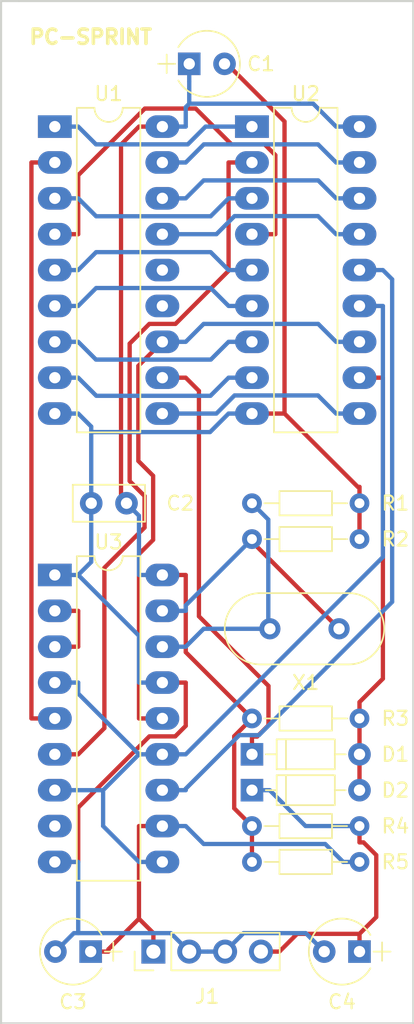
<source format=kicad_pcb>
(kicad_pcb (version 4) (host pcbnew 4.0.7)

  (general
    (links 54)
    (no_connects 0)
    (area 126.924999 76.124999 156.285001 148.665001)
    (thickness 1.6)
    (drawings 6)
    (tracks 223)
    (zones 0)
    (modules 16)
    (nets 29)
  )

  (page A4)
  (layers
    (0 F.Cu signal)
    (31 B.Cu signal)
    (32 B.Adhes user)
    (33 F.Adhes user)
    (34 B.Paste user)
    (35 F.Paste user)
    (36 B.SilkS user)
    (37 F.SilkS user)
    (38 B.Mask user)
    (39 F.Mask user)
    (40 Dwgs.User user)
    (41 Cmts.User user)
    (42 Eco1.User user)
    (43 Eco2.User user)
    (44 Edge.Cuts user)
    (45 Margin user)
    (46 B.CrtYd user)
    (47 F.CrtYd user)
    (48 B.Fab user)
    (49 F.Fab user)
  )

  (setup
    (last_trace_width 0.3048)
    (trace_clearance 0.3048)
    (zone_clearance 0.508)
    (zone_45_only no)
    (trace_min 0.3048)
    (segment_width 0.2)
    (edge_width 0.15)
    (via_size 0.6858)
    (via_drill 0.3302)
    (via_min_size 0.6858)
    (via_min_drill 0.3302)
    (uvia_size 0.06858)
    (uvia_drill 0.03302)
    (uvias_allowed no)
    (uvia_min_size 0.06858)
    (uvia_min_drill 0.03302)
    (pcb_text_width 0.3)
    (pcb_text_size 1.5 1.5)
    (mod_edge_width 0.15)
    (mod_text_size 1 1)
    (mod_text_width 0.15)
    (pad_size 1.524 1.524)
    (pad_drill 0.762)
    (pad_to_mask_clearance 0.2)
    (aux_axis_origin 0 0)
    (visible_elements FFFFFF7F)
    (pcbplotparams
      (layerselection 0x010f0_80000001)
      (usegerberextensions false)
      (excludeedgelayer true)
      (linewidth 0.100000)
      (plotframeref false)
      (viasonmask false)
      (mode 1)
      (useauxorigin false)
      (hpglpennumber 1)
      (hpglpenspeed 20)
      (hpglpendiameter 15)
      (hpglpenoverlay 2)
      (psnegative false)
      (psa4output false)
      (plotreference true)
      (plotvalue true)
      (plotinvisibletext false)
      (padsonsilk false)
      (subtractmaskfromsilk false)
      (outputformat 1)
      (mirror false)
      (drillshape 0)
      (scaleselection 1)
      (outputdirectory gerber/))
  )

  (net 0 "")
  (net 1 "Net-(C1-Pad1)")
  (net 2 "Net-(C1-Pad2)")
  (net 3 "Net-(C3-Pad1)")
  (net 4 "Net-(C4-Pad1)")
  (net 5 "Net-(D1-Pad1)")
  (net 6 "Net-(D1-Pad2)")
  (net 7 "Net-(R1-Pad1)")
  (net 8 "Net-(R2-Pad1)")
  (net 9 "Net-(U1-Pad1)")
  (net 10 "Net-(U1-Pad10)")
  (net 11 "Net-(U1-Pad2)")
  (net 12 "Net-(U1-Pad3)")
  (net 13 "Net-(U1-Pad12)")
  (net 14 "Net-(U1-Pad4)")
  (net 15 "Net-(U1-Pad13)")
  (net 16 "Net-(U1-Pad5)")
  (net 17 "Net-(U1-Pad14)")
  (net 18 "Net-(U1-Pad6)")
  (net 19 "Net-(U1-Pad15)")
  (net 20 "Net-(U1-Pad7)")
  (net 21 "Net-(U1-Pad16)")
  (net 22 "Net-(U1-Pad8)")
  (net 23 "Net-(U1-Pad17)")
  (net 24 "Net-(U2-Pad2)")
  (net 25 "Net-(U2-Pad13)")
  (net 26 "Net-(U2-Pad14)")
  (net 27 "Net-(U3-Pad2)")
  (net 28 "Net-(U3-Pad8)")

  (net_class Default "This is the default net class."
    (clearance 0.3048)
    (trace_width 0.3048)
    (via_dia 0.6858)
    (via_drill 0.3302)
    (uvia_dia 0.06858)
    (uvia_drill 0.03302)
    (add_net "Net-(C1-Pad1)")
    (add_net "Net-(C1-Pad2)")
    (add_net "Net-(C3-Pad1)")
    (add_net "Net-(C4-Pad1)")
    (add_net "Net-(D1-Pad1)")
    (add_net "Net-(D1-Pad2)")
    (add_net "Net-(R1-Pad1)")
    (add_net "Net-(R2-Pad1)")
    (add_net "Net-(U1-Pad1)")
    (add_net "Net-(U1-Pad10)")
    (add_net "Net-(U1-Pad12)")
    (add_net "Net-(U1-Pad13)")
    (add_net "Net-(U1-Pad14)")
    (add_net "Net-(U1-Pad15)")
    (add_net "Net-(U1-Pad16)")
    (add_net "Net-(U1-Pad17)")
    (add_net "Net-(U1-Pad2)")
    (add_net "Net-(U1-Pad3)")
    (add_net "Net-(U1-Pad4)")
    (add_net "Net-(U1-Pad5)")
    (add_net "Net-(U1-Pad6)")
    (add_net "Net-(U1-Pad7)")
    (add_net "Net-(U1-Pad8)")
    (add_net "Net-(U2-Pad13)")
    (add_net "Net-(U2-Pad14)")
    (add_net "Net-(U2-Pad2)")
    (add_net "Net-(U3-Pad2)")
    (add_net "Net-(U3-Pad8)")
  )

  (module Pin_Headers:Pin_Header_Straight_1x04_Pitch2.54mm (layer F.Cu) (tedit 5A054D38) (tstamp 5A03F26A)
    (at 137.795 143.51 90)
    (descr "Through hole straight pin header, 1x04, 2.54mm pitch, single row")
    (tags "Through hole pin header THT 1x04 2.54mm single row")
    (path /5A03D82F)
    (fp_text reference J1 (at -3.175 3.81 180) (layer F.SilkS)
      (effects (font (size 1 1) (thickness 0.15)))
    )
    (fp_text value TB1 (at 2.54 3.81 180) (layer F.Fab)
      (effects (font (size 1 1) (thickness 0.15)))
    )
    (fp_line (start -0.635 -1.27) (end 1.27 -1.27) (layer F.Fab) (width 0.1))
    (fp_line (start 1.27 -1.27) (end 1.27 8.89) (layer F.Fab) (width 0.1))
    (fp_line (start 1.27 8.89) (end -1.27 8.89) (layer F.Fab) (width 0.1))
    (fp_line (start -1.27 8.89) (end -1.27 -0.635) (layer F.Fab) (width 0.1))
    (fp_line (start -1.27 -0.635) (end -0.635 -1.27) (layer F.Fab) (width 0.1))
    (fp_line (start -1.33 8.95) (end 1.33 8.95) (layer F.SilkS) (width 0.12))
    (fp_line (start -1.33 1.27) (end -1.33 8.95) (layer F.SilkS) (width 0.12))
    (fp_line (start 1.33 1.27) (end 1.33 8.95) (layer F.SilkS) (width 0.12))
    (fp_line (start -1.33 1.27) (end 1.33 1.27) (layer F.SilkS) (width 0.12))
    (fp_line (start -1.33 0) (end -1.33 -1.33) (layer F.SilkS) (width 0.12))
    (fp_line (start -1.33 -1.33) (end 0 -1.33) (layer F.SilkS) (width 0.12))
    (fp_line (start -1.8 -1.8) (end -1.8 9.4) (layer F.CrtYd) (width 0.05))
    (fp_line (start -1.8 9.4) (end 1.8 9.4) (layer F.CrtYd) (width 0.05))
    (fp_line (start 1.8 9.4) (end 1.8 -1.8) (layer F.CrtYd) (width 0.05))
    (fp_line (start 1.8 -1.8) (end -1.8 -1.8) (layer F.CrtYd) (width 0.05))
    (fp_text user %R (at 0 3.81 180) (layer F.Fab)
      (effects (font (size 1 1) (thickness 0.15)))
    )
    (pad 1 thru_hole rect (at 0 0 90) (size 1.7 1.7) (drill 1) (layers *.Cu *.Mask)
      (net 3 "Net-(C3-Pad1)"))
    (pad 2 thru_hole oval (at 0 2.54 90) (size 1.7 1.7) (drill 1) (layers *.Cu *.Mask)
      (net 2 "Net-(C1-Pad2)"))
    (pad 3 thru_hole oval (at 0 5.08 90) (size 1.7 1.7) (drill 1) (layers *.Cu *.Mask)
      (net 2 "Net-(C1-Pad2)"))
    (pad 4 thru_hole oval (at 0 7.62 90) (size 1.7 1.7) (drill 1) (layers *.Cu *.Mask)
      (net 4 "Net-(C4-Pad1)"))
    (model ${KISYS3DMOD}/Pin_Headers.3dshapes/Pin_Header_Straight_1x04_Pitch2.54mm.wrl
      (at (xyz 0 0 0))
      (scale (xyz 1 1 1))
      (rotate (xyz 0 0 0))
    )
  )

  (module Resistors_THT:R_Axial_DIN0204_L3.6mm_D1.6mm_P7.62mm_Horizontal (layer F.Cu) (tedit 5A03F689) (tstamp 5A03F270)
    (at 144.78 111.76)
    (descr "Resistor, Axial_DIN0204 series, Axial, Horizontal, pin pitch=7.62mm, 0.16666666666666666W = 1/6W, length*diameter=3.6*1.6mm^2, http://cdn-reichelt.de/documents/datenblatt/B400/1_4W%23YAG.pdf")
    (tags "Resistor Axial_DIN0204 series Axial Horizontal pin pitch 7.62mm 0.16666666666666666W = 1/6W length 3.6mm diameter 1.6mm")
    (path /5A03D8BE)
    (fp_text reference R1 (at 10.16 0) (layer F.SilkS)
      (effects (font (size 1 1) (thickness 0.15)))
    )
    (fp_text value 560 (at 3.81 0) (layer F.Fab)
      (effects (font (size 1 1) (thickness 0.15)))
    )
    (fp_line (start 2.01 -0.8) (end 2.01 0.8) (layer F.Fab) (width 0.1))
    (fp_line (start 2.01 0.8) (end 5.61 0.8) (layer F.Fab) (width 0.1))
    (fp_line (start 5.61 0.8) (end 5.61 -0.8) (layer F.Fab) (width 0.1))
    (fp_line (start 5.61 -0.8) (end 2.01 -0.8) (layer F.Fab) (width 0.1))
    (fp_line (start 0 0) (end 2.01 0) (layer F.Fab) (width 0.1))
    (fp_line (start 7.62 0) (end 5.61 0) (layer F.Fab) (width 0.1))
    (fp_line (start 1.95 -0.86) (end 1.95 0.86) (layer F.SilkS) (width 0.12))
    (fp_line (start 1.95 0.86) (end 5.67 0.86) (layer F.SilkS) (width 0.12))
    (fp_line (start 5.67 0.86) (end 5.67 -0.86) (layer F.SilkS) (width 0.12))
    (fp_line (start 5.67 -0.86) (end 1.95 -0.86) (layer F.SilkS) (width 0.12))
    (fp_line (start 0.88 0) (end 1.95 0) (layer F.SilkS) (width 0.12))
    (fp_line (start 6.74 0) (end 5.67 0) (layer F.SilkS) (width 0.12))
    (fp_line (start -0.95 -1.15) (end -0.95 1.15) (layer F.CrtYd) (width 0.05))
    (fp_line (start -0.95 1.15) (end 8.6 1.15) (layer F.CrtYd) (width 0.05))
    (fp_line (start 8.6 1.15) (end 8.6 -1.15) (layer F.CrtYd) (width 0.05))
    (fp_line (start 8.6 -1.15) (end -0.95 -1.15) (layer F.CrtYd) (width 0.05))
    (pad 1 thru_hole circle (at 0 0) (size 1.4 1.4) (drill 0.7) (layers *.Cu *.Mask)
      (net 7 "Net-(R1-Pad1)"))
    (pad 2 thru_hole oval (at 7.62 0) (size 1.4 1.4) (drill 0.7) (layers *.Cu *.Mask)
      (net 2 "Net-(C1-Pad2)"))
    (model ${KISYS3DMOD}/Resistors_THT.3dshapes/R_Axial_DIN0204_L3.6mm_D1.6mm_P7.62mm_Horizontal.wrl
      (at (xyz 0 0 0))
      (scale (xyz 0.393701 0.393701 0.393701))
      (rotate (xyz 0 0 0))
    )
  )

  (module Resistors_THT:R_Axial_DIN0204_L3.6mm_D1.6mm_P7.62mm_Horizontal (layer F.Cu) (tedit 5A03F68E) (tstamp 5A03F276)
    (at 144.78 114.3)
    (descr "Resistor, Axial_DIN0204 series, Axial, Horizontal, pin pitch=7.62mm, 0.16666666666666666W = 1/6W, length*diameter=3.6*1.6mm^2, http://cdn-reichelt.de/documents/datenblatt/B400/1_4W%23YAG.pdf")
    (tags "Resistor Axial_DIN0204 series Axial Horizontal pin pitch 7.62mm 0.16666666666666666W = 1/6W length 3.6mm diameter 1.6mm")
    (path /5A03D90D)
    (fp_text reference R2 (at 10.16 0) (layer F.SilkS)
      (effects (font (size 1 1) (thickness 0.15)))
    )
    (fp_text value 560 (at 3.81 0) (layer F.Fab)
      (effects (font (size 1 1) (thickness 0.15)))
    )
    (fp_line (start 2.01 -0.8) (end 2.01 0.8) (layer F.Fab) (width 0.1))
    (fp_line (start 2.01 0.8) (end 5.61 0.8) (layer F.Fab) (width 0.1))
    (fp_line (start 5.61 0.8) (end 5.61 -0.8) (layer F.Fab) (width 0.1))
    (fp_line (start 5.61 -0.8) (end 2.01 -0.8) (layer F.Fab) (width 0.1))
    (fp_line (start 0 0) (end 2.01 0) (layer F.Fab) (width 0.1))
    (fp_line (start 7.62 0) (end 5.61 0) (layer F.Fab) (width 0.1))
    (fp_line (start 1.95 -0.86) (end 1.95 0.86) (layer F.SilkS) (width 0.12))
    (fp_line (start 1.95 0.86) (end 5.67 0.86) (layer F.SilkS) (width 0.12))
    (fp_line (start 5.67 0.86) (end 5.67 -0.86) (layer F.SilkS) (width 0.12))
    (fp_line (start 5.67 -0.86) (end 1.95 -0.86) (layer F.SilkS) (width 0.12))
    (fp_line (start 0.88 0) (end 1.95 0) (layer F.SilkS) (width 0.12))
    (fp_line (start 6.74 0) (end 5.67 0) (layer F.SilkS) (width 0.12))
    (fp_line (start -0.95 -1.15) (end -0.95 1.15) (layer F.CrtYd) (width 0.05))
    (fp_line (start -0.95 1.15) (end 8.6 1.15) (layer F.CrtYd) (width 0.05))
    (fp_line (start 8.6 1.15) (end 8.6 -1.15) (layer F.CrtYd) (width 0.05))
    (fp_line (start 8.6 -1.15) (end -0.95 -1.15) (layer F.CrtYd) (width 0.05))
    (pad 1 thru_hole circle (at 0 0) (size 1.4 1.4) (drill 0.7) (layers *.Cu *.Mask)
      (net 8 "Net-(R2-Pad1)"))
    (pad 2 thru_hole oval (at 7.62 0) (size 1.4 1.4) (drill 0.7) (layers *.Cu *.Mask)
      (net 2 "Net-(C1-Pad2)"))
    (model ${KISYS3DMOD}/Resistors_THT.3dshapes/R_Axial_DIN0204_L3.6mm_D1.6mm_P7.62mm_Horizontal.wrl
      (at (xyz 0 0 0))
      (scale (xyz 0.393701 0.393701 0.393701))
      (rotate (xyz 0 0 0))
    )
  )

  (module Resistors_THT:R_Axial_DIN0204_L3.6mm_D1.6mm_P7.62mm_Horizontal (layer F.Cu) (tedit 5A03F6CA) (tstamp 5A03F27C)
    (at 144.78 127)
    (descr "Resistor, Axial_DIN0204 series, Axial, Horizontal, pin pitch=7.62mm, 0.16666666666666666W = 1/6W, length*diameter=3.6*1.6mm^2, http://cdn-reichelt.de/documents/datenblatt/B400/1_4W%23YAG.pdf")
    (tags "Resistor Axial_DIN0204 series Axial Horizontal pin pitch 7.62mm 0.16666666666666666W = 1/6W length 3.6mm diameter 1.6mm")
    (path /5A03D963)
    (fp_text reference R3 (at 10.16 0) (layer F.SilkS)
      (effects (font (size 1 1) (thickness 0.15)))
    )
    (fp_text value 3.3K (at 3.81 0) (layer F.Fab)
      (effects (font (size 1 1) (thickness 0.15)))
    )
    (fp_line (start 2.01 -0.8) (end 2.01 0.8) (layer F.Fab) (width 0.1))
    (fp_line (start 2.01 0.8) (end 5.61 0.8) (layer F.Fab) (width 0.1))
    (fp_line (start 5.61 0.8) (end 5.61 -0.8) (layer F.Fab) (width 0.1))
    (fp_line (start 5.61 -0.8) (end 2.01 -0.8) (layer F.Fab) (width 0.1))
    (fp_line (start 0 0) (end 2.01 0) (layer F.Fab) (width 0.1))
    (fp_line (start 7.62 0) (end 5.61 0) (layer F.Fab) (width 0.1))
    (fp_line (start 1.95 -0.86) (end 1.95 0.86) (layer F.SilkS) (width 0.12))
    (fp_line (start 1.95 0.86) (end 5.67 0.86) (layer F.SilkS) (width 0.12))
    (fp_line (start 5.67 0.86) (end 5.67 -0.86) (layer F.SilkS) (width 0.12))
    (fp_line (start 5.67 -0.86) (end 1.95 -0.86) (layer F.SilkS) (width 0.12))
    (fp_line (start 0.88 0) (end 1.95 0) (layer F.SilkS) (width 0.12))
    (fp_line (start 6.74 0) (end 5.67 0) (layer F.SilkS) (width 0.12))
    (fp_line (start -0.95 -1.15) (end -0.95 1.15) (layer F.CrtYd) (width 0.05))
    (fp_line (start -0.95 1.15) (end 8.6 1.15) (layer F.CrtYd) (width 0.05))
    (fp_line (start 8.6 1.15) (end 8.6 -1.15) (layer F.CrtYd) (width 0.05))
    (fp_line (start 8.6 -1.15) (end -0.95 -1.15) (layer F.CrtYd) (width 0.05))
    (pad 1 thru_hole circle (at 0 0) (size 1.4 1.4) (drill 0.7) (layers *.Cu *.Mask)
      (net 1 "Net-(C1-Pad1)"))
    (pad 2 thru_hole oval (at 7.62 0) (size 1.4 1.4) (drill 0.7) (layers *.Cu *.Mask)
      (net 6 "Net-(D1-Pad2)"))
    (model ${KISYS3DMOD}/Resistors_THT.3dshapes/R_Axial_DIN0204_L3.6mm_D1.6mm_P7.62mm_Horizontal.wrl
      (at (xyz 0 0 0))
      (scale (xyz 0.393701 0.393701 0.393701))
      (rotate (xyz 0 0 0))
    )
  )

  (module Resistors_THT:R_Axial_DIN0204_L3.6mm_D1.6mm_P7.62mm_Horizontal (layer F.Cu) (tedit 5A03F703) (tstamp 5A03F282)
    (at 144.78 134.62)
    (descr "Resistor, Axial_DIN0204 series, Axial, Horizontal, pin pitch=7.62mm, 0.16666666666666666W = 1/6W, length*diameter=3.6*1.6mm^2, http://cdn-reichelt.de/documents/datenblatt/B400/1_4W%23YAG.pdf")
    (tags "Resistor Axial_DIN0204 series Axial Horizontal pin pitch 7.62mm 0.16666666666666666W = 1/6W length 3.6mm diameter 1.6mm")
    (path /5A03D9BD)
    (fp_text reference R4 (at 10.16 0) (layer F.SilkS)
      (effects (font (size 1 1) (thickness 0.15)))
    )
    (fp_text value 10K (at 3.81 0) (layer F.Fab)
      (effects (font (size 1 1) (thickness 0.15)))
    )
    (fp_line (start 2.01 -0.8) (end 2.01 0.8) (layer F.Fab) (width 0.1))
    (fp_line (start 2.01 0.8) (end 5.61 0.8) (layer F.Fab) (width 0.1))
    (fp_line (start 5.61 0.8) (end 5.61 -0.8) (layer F.Fab) (width 0.1))
    (fp_line (start 5.61 -0.8) (end 2.01 -0.8) (layer F.Fab) (width 0.1))
    (fp_line (start 0 0) (end 2.01 0) (layer F.Fab) (width 0.1))
    (fp_line (start 7.62 0) (end 5.61 0) (layer F.Fab) (width 0.1))
    (fp_line (start 1.95 -0.86) (end 1.95 0.86) (layer F.SilkS) (width 0.12))
    (fp_line (start 1.95 0.86) (end 5.67 0.86) (layer F.SilkS) (width 0.12))
    (fp_line (start 5.67 0.86) (end 5.67 -0.86) (layer F.SilkS) (width 0.12))
    (fp_line (start 5.67 -0.86) (end 1.95 -0.86) (layer F.SilkS) (width 0.12))
    (fp_line (start 0.88 0) (end 1.95 0) (layer F.SilkS) (width 0.12))
    (fp_line (start 6.74 0) (end 5.67 0) (layer F.SilkS) (width 0.12))
    (fp_line (start -0.95 -1.15) (end -0.95 1.15) (layer F.CrtYd) (width 0.05))
    (fp_line (start -0.95 1.15) (end 8.6 1.15) (layer F.CrtYd) (width 0.05))
    (fp_line (start 8.6 1.15) (end 8.6 -1.15) (layer F.CrtYd) (width 0.05))
    (fp_line (start 8.6 -1.15) (end -0.95 -1.15) (layer F.CrtYd) (width 0.05))
    (pad 1 thru_hole circle (at 0 0) (size 1.4 1.4) (drill 0.7) (layers *.Cu *.Mask)
      (net 1 "Net-(C1-Pad1)"))
    (pad 2 thru_hole oval (at 7.62 0) (size 1.4 1.4) (drill 0.7) (layers *.Cu *.Mask)
      (net 4 "Net-(C4-Pad1)"))
    (model ${KISYS3DMOD}/Resistors_THT.3dshapes/R_Axial_DIN0204_L3.6mm_D1.6mm_P7.62mm_Horizontal.wrl
      (at (xyz 0 0 0))
      (scale (xyz 0.393701 0.393701 0.393701))
      (rotate (xyz 0 0 0))
    )
  )

  (module Resistors_THT:R_Axial_DIN0204_L3.6mm_D1.6mm_P7.62mm_Horizontal (layer F.Cu) (tedit 5A03F70B) (tstamp 5A03F288)
    (at 144.78 137.16)
    (descr "Resistor, Axial_DIN0204 series, Axial, Horizontal, pin pitch=7.62mm, 0.16666666666666666W = 1/6W, length*diameter=3.6*1.6mm^2, http://cdn-reichelt.de/documents/datenblatt/B400/1_4W%23YAG.pdf")
    (tags "Resistor Axial_DIN0204 series Axial Horizontal pin pitch 7.62mm 0.16666666666666666W = 1/6W length 3.6mm diameter 1.6mm")
    (path /5A03DA0C)
    (fp_text reference R5 (at 10.16 0) (layer F.SilkS)
      (effects (font (size 1 1) (thickness 0.15)))
    )
    (fp_text value 10K (at 3.81 0) (layer F.Fab)
      (effects (font (size 1 1) (thickness 0.15)))
    )
    (fp_line (start 2.01 -0.8) (end 2.01 0.8) (layer F.Fab) (width 0.1))
    (fp_line (start 2.01 0.8) (end 5.61 0.8) (layer F.Fab) (width 0.1))
    (fp_line (start 5.61 0.8) (end 5.61 -0.8) (layer F.Fab) (width 0.1))
    (fp_line (start 5.61 -0.8) (end 2.01 -0.8) (layer F.Fab) (width 0.1))
    (fp_line (start 0 0) (end 2.01 0) (layer F.Fab) (width 0.1))
    (fp_line (start 7.62 0) (end 5.61 0) (layer F.Fab) (width 0.1))
    (fp_line (start 1.95 -0.86) (end 1.95 0.86) (layer F.SilkS) (width 0.12))
    (fp_line (start 1.95 0.86) (end 5.67 0.86) (layer F.SilkS) (width 0.12))
    (fp_line (start 5.67 0.86) (end 5.67 -0.86) (layer F.SilkS) (width 0.12))
    (fp_line (start 5.67 -0.86) (end 1.95 -0.86) (layer F.SilkS) (width 0.12))
    (fp_line (start 0.88 0) (end 1.95 0) (layer F.SilkS) (width 0.12))
    (fp_line (start 6.74 0) (end 5.67 0) (layer F.SilkS) (width 0.12))
    (fp_line (start -0.95 -1.15) (end -0.95 1.15) (layer F.CrtYd) (width 0.05))
    (fp_line (start -0.95 1.15) (end 8.6 1.15) (layer F.CrtYd) (width 0.05))
    (fp_line (start 8.6 1.15) (end 8.6 -1.15) (layer F.CrtYd) (width 0.05))
    (fp_line (start 8.6 -1.15) (end -0.95 -1.15) (layer F.CrtYd) (width 0.05))
    (pad 1 thru_hole circle (at 0 0) (size 1.4 1.4) (drill 0.7) (layers *.Cu *.Mask)
      (net 1 "Net-(C1-Pad1)"))
    (pad 2 thru_hole oval (at 7.62 0) (size 1.4 1.4) (drill 0.7) (layers *.Cu *.Mask)
      (net 3 "Net-(C3-Pad1)"))
    (model ${KISYS3DMOD}/Resistors_THT.3dshapes/R_Axial_DIN0204_L3.6mm_D1.6mm_P7.62mm_Horizontal.wrl
      (at (xyz 0 0 0))
      (scale (xyz 0.393701 0.393701 0.393701))
      (rotate (xyz 0 0 0))
    )
  )

  (module Housings_DIP:DIP-18_W7.62mm_LongPads (layer F.Cu) (tedit 59C78D6B) (tstamp 5A03F29E)
    (at 130.81 85.09)
    (descr "18-lead though-hole mounted DIP package, row spacing 7.62 mm (300 mils), LongPads")
    (tags "THT DIP DIL PDIP 2.54mm 7.62mm 300mil LongPads")
    (path /5A03D32A)
    (fp_text reference U1 (at 3.81 -2.33) (layer F.SilkS)
      (effects (font (size 1 1) (thickness 0.15)))
    )
    (fp_text value 8284A (at 3.81 22.65) (layer F.Fab)
      (effects (font (size 1 1) (thickness 0.15)))
    )
    (fp_arc (start 3.81 -1.33) (end 2.81 -1.33) (angle -180) (layer F.SilkS) (width 0.12))
    (fp_line (start 1.635 -1.27) (end 6.985 -1.27) (layer F.Fab) (width 0.1))
    (fp_line (start 6.985 -1.27) (end 6.985 21.59) (layer F.Fab) (width 0.1))
    (fp_line (start 6.985 21.59) (end 0.635 21.59) (layer F.Fab) (width 0.1))
    (fp_line (start 0.635 21.59) (end 0.635 -0.27) (layer F.Fab) (width 0.1))
    (fp_line (start 0.635 -0.27) (end 1.635 -1.27) (layer F.Fab) (width 0.1))
    (fp_line (start 2.81 -1.33) (end 1.56 -1.33) (layer F.SilkS) (width 0.12))
    (fp_line (start 1.56 -1.33) (end 1.56 21.65) (layer F.SilkS) (width 0.12))
    (fp_line (start 1.56 21.65) (end 6.06 21.65) (layer F.SilkS) (width 0.12))
    (fp_line (start 6.06 21.65) (end 6.06 -1.33) (layer F.SilkS) (width 0.12))
    (fp_line (start 6.06 -1.33) (end 4.81 -1.33) (layer F.SilkS) (width 0.12))
    (fp_line (start -1.45 -1.55) (end -1.45 21.85) (layer F.CrtYd) (width 0.05))
    (fp_line (start -1.45 21.85) (end 9.1 21.85) (layer F.CrtYd) (width 0.05))
    (fp_line (start 9.1 21.85) (end 9.1 -1.55) (layer F.CrtYd) (width 0.05))
    (fp_line (start 9.1 -1.55) (end -1.45 -1.55) (layer F.CrtYd) (width 0.05))
    (fp_text user %R (at 3.81 10.16) (layer F.Fab)
      (effects (font (size 1 1) (thickness 0.15)))
    )
    (pad 1 thru_hole rect (at 0 0) (size 2.4 1.6) (drill 0.8) (layers *.Cu *.Mask)
      (net 9 "Net-(U1-Pad1)"))
    (pad 10 thru_hole oval (at 7.62 20.32) (size 2.4 1.6) (drill 0.8) (layers *.Cu *.Mask)
      (net 10 "Net-(U1-Pad10)"))
    (pad 2 thru_hole oval (at 0 2.54) (size 2.4 1.6) (drill 0.8) (layers *.Cu *.Mask)
      (net 11 "Net-(U1-Pad2)"))
    (pad 11 thru_hole oval (at 7.62 17.78) (size 2.4 1.6) (drill 0.8) (layers *.Cu *.Mask)
      (net 5 "Net-(D1-Pad1)"))
    (pad 3 thru_hole oval (at 0 5.08) (size 2.4 1.6) (drill 0.8) (layers *.Cu *.Mask)
      (net 12 "Net-(U1-Pad3)"))
    (pad 12 thru_hole oval (at 7.62 15.24) (size 2.4 1.6) (drill 0.8) (layers *.Cu *.Mask)
      (net 13 "Net-(U1-Pad12)"))
    (pad 4 thru_hole oval (at 0 7.62) (size 2.4 1.6) (drill 0.8) (layers *.Cu *.Mask)
      (net 14 "Net-(U1-Pad4)"))
    (pad 13 thru_hole oval (at 7.62 12.7) (size 2.4 1.6) (drill 0.8) (layers *.Cu *.Mask)
      (net 15 "Net-(U1-Pad13)"))
    (pad 5 thru_hole oval (at 0 10.16) (size 2.4 1.6) (drill 0.8) (layers *.Cu *.Mask)
      (net 16 "Net-(U1-Pad5)"))
    (pad 14 thru_hole oval (at 7.62 10.16) (size 2.4 1.6) (drill 0.8) (layers *.Cu *.Mask)
      (net 17 "Net-(U1-Pad14)"))
    (pad 6 thru_hole oval (at 0 12.7) (size 2.4 1.6) (drill 0.8) (layers *.Cu *.Mask)
      (net 18 "Net-(U1-Pad6)"))
    (pad 15 thru_hole oval (at 7.62 7.62) (size 2.4 1.6) (drill 0.8) (layers *.Cu *.Mask)
      (net 19 "Net-(U1-Pad15)"))
    (pad 7 thru_hole oval (at 0 15.24) (size 2.4 1.6) (drill 0.8) (layers *.Cu *.Mask)
      (net 20 "Net-(U1-Pad7)"))
    (pad 16 thru_hole oval (at 7.62 5.08) (size 2.4 1.6) (drill 0.8) (layers *.Cu *.Mask)
      (net 21 "Net-(U1-Pad16)"))
    (pad 8 thru_hole oval (at 0 17.78) (size 2.4 1.6) (drill 0.8) (layers *.Cu *.Mask)
      (net 22 "Net-(U1-Pad8)"))
    (pad 17 thru_hole oval (at 7.62 2.54) (size 2.4 1.6) (drill 0.8) (layers *.Cu *.Mask)
      (net 23 "Net-(U1-Pad17)"))
    (pad 9 thru_hole oval (at 0 20.32) (size 2.4 1.6) (drill 0.8) (layers *.Cu *.Mask)
      (net 2 "Net-(C1-Pad2)"))
    (pad 18 thru_hole oval (at 7.62 0) (size 2.4 1.6) (drill 0.8) (layers *.Cu *.Mask)
      (net 1 "Net-(C1-Pad1)"))
    (model ${KISYS3DMOD}/Housings_DIP.3dshapes/DIP-18_W7.62mm.wrl
      (at (xyz 0 0 0))
      (scale (xyz 1 1 1))
      (rotate (xyz 0 0 0))
    )
  )

  (module Housings_DIP:DIP-18_W7.62mm_LongPads (layer F.Cu) (tedit 59C78D6B) (tstamp 5A03F2B4)
    (at 144.78 85.09)
    (descr "18-lead though-hole mounted DIP package, row spacing 7.62 mm (300 mils), LongPads")
    (tags "THT DIP DIL PDIP 2.54mm 7.62mm 300mil LongPads")
    (path /5A03D35E)
    (fp_text reference U2 (at 3.81 -2.33) (layer F.SilkS)
      (effects (font (size 1 1) (thickness 0.15)))
    )
    (fp_text value 8284A (at 3.81 22.65) (layer F.Fab)
      (effects (font (size 1 1) (thickness 0.15)))
    )
    (fp_arc (start 3.81 -1.33) (end 2.81 -1.33) (angle -180) (layer F.SilkS) (width 0.12))
    (fp_line (start 1.635 -1.27) (end 6.985 -1.27) (layer F.Fab) (width 0.1))
    (fp_line (start 6.985 -1.27) (end 6.985 21.59) (layer F.Fab) (width 0.1))
    (fp_line (start 6.985 21.59) (end 0.635 21.59) (layer F.Fab) (width 0.1))
    (fp_line (start 0.635 21.59) (end 0.635 -0.27) (layer F.Fab) (width 0.1))
    (fp_line (start 0.635 -0.27) (end 1.635 -1.27) (layer F.Fab) (width 0.1))
    (fp_line (start 2.81 -1.33) (end 1.56 -1.33) (layer F.SilkS) (width 0.12))
    (fp_line (start 1.56 -1.33) (end 1.56 21.65) (layer F.SilkS) (width 0.12))
    (fp_line (start 1.56 21.65) (end 6.06 21.65) (layer F.SilkS) (width 0.12))
    (fp_line (start 6.06 21.65) (end 6.06 -1.33) (layer F.SilkS) (width 0.12))
    (fp_line (start 6.06 -1.33) (end 4.81 -1.33) (layer F.SilkS) (width 0.12))
    (fp_line (start -1.45 -1.55) (end -1.45 21.85) (layer F.CrtYd) (width 0.05))
    (fp_line (start -1.45 21.85) (end 9.1 21.85) (layer F.CrtYd) (width 0.05))
    (fp_line (start 9.1 21.85) (end 9.1 -1.55) (layer F.CrtYd) (width 0.05))
    (fp_line (start 9.1 -1.55) (end -1.45 -1.55) (layer F.CrtYd) (width 0.05))
    (fp_text user %R (at 3.81 10.16) (layer F.Fab)
      (effects (font (size 1 1) (thickness 0.15)))
    )
    (pad 1 thru_hole rect (at 0 0) (size 2.4 1.6) (drill 0.8) (layers *.Cu *.Mask)
      (net 9 "Net-(U1-Pad1)"))
    (pad 10 thru_hole oval (at 7.62 20.32) (size 2.4 1.6) (drill 0.8) (layers *.Cu *.Mask)
      (net 10 "Net-(U1-Pad10)"))
    (pad 2 thru_hole oval (at 0 2.54) (size 2.4 1.6) (drill 0.8) (layers *.Cu *.Mask)
      (net 24 "Net-(U2-Pad2)"))
    (pad 11 thru_hole oval (at 7.62 17.78) (size 2.4 1.6) (drill 0.8) (layers *.Cu *.Mask)
      (net 6 "Net-(D1-Pad2)"))
    (pad 3 thru_hole oval (at 0 5.08) (size 2.4 1.6) (drill 0.8) (layers *.Cu *.Mask)
      (net 12 "Net-(U1-Pad3)"))
    (pad 12 thru_hole oval (at 7.62 15.24) (size 2.4 1.6) (drill 0.8) (layers *.Cu *.Mask)
      (net 13 "Net-(U1-Pad12)"))
    (pad 4 thru_hole oval (at 0 7.62) (size 2.4 1.6) (drill 0.8) (layers *.Cu *.Mask)
      (net 14 "Net-(U1-Pad4)"))
    (pad 13 thru_hole oval (at 7.62 12.7) (size 2.4 1.6) (drill 0.8) (layers *.Cu *.Mask)
      (net 25 "Net-(U2-Pad13)"))
    (pad 5 thru_hole oval (at 0 10.16) (size 2.4 1.6) (drill 0.8) (layers *.Cu *.Mask)
      (net 16 "Net-(U1-Pad5)"))
    (pad 14 thru_hole oval (at 7.62 10.16) (size 2.4 1.6) (drill 0.8) (layers *.Cu *.Mask)
      (net 26 "Net-(U2-Pad14)"))
    (pad 6 thru_hole oval (at 0 12.7) (size 2.4 1.6) (drill 0.8) (layers *.Cu *.Mask)
      (net 18 "Net-(U1-Pad6)"))
    (pad 15 thru_hole oval (at 7.62 7.62) (size 2.4 1.6) (drill 0.8) (layers *.Cu *.Mask)
      (net 19 "Net-(U1-Pad15)"))
    (pad 7 thru_hole oval (at 0 15.24) (size 2.4 1.6) (drill 0.8) (layers *.Cu *.Mask)
      (net 20 "Net-(U1-Pad7)"))
    (pad 16 thru_hole oval (at 7.62 5.08) (size 2.4 1.6) (drill 0.8) (layers *.Cu *.Mask)
      (net 21 "Net-(U1-Pad16)"))
    (pad 8 thru_hole oval (at 0 17.78) (size 2.4 1.6) (drill 0.8) (layers *.Cu *.Mask)
      (net 22 "Net-(U1-Pad8)"))
    (pad 17 thru_hole oval (at 7.62 2.54) (size 2.4 1.6) (drill 0.8) (layers *.Cu *.Mask)
      (net 23 "Net-(U1-Pad17)"))
    (pad 9 thru_hole oval (at 0 20.32) (size 2.4 1.6) (drill 0.8) (layers *.Cu *.Mask)
      (net 2 "Net-(C1-Pad2)"))
    (pad 18 thru_hole oval (at 7.62 0) (size 2.4 1.6) (drill 0.8) (layers *.Cu *.Mask)
      (net 1 "Net-(C1-Pad1)"))
    (model ${KISYS3DMOD}/Housings_DIP.3dshapes/DIP-18_W7.62mm.wrl
      (at (xyz 0 0 0))
      (scale (xyz 1 1 1))
      (rotate (xyz 0 0 0))
    )
  )

  (module Housings_DIP:DIP-18_W7.62mm_LongPads (layer F.Cu) (tedit 59C78D6B) (tstamp 5A03F2CA)
    (at 130.81 116.84)
    (descr "18-lead though-hole mounted DIP package, row spacing 7.62 mm (300 mils), LongPads")
    (tags "THT DIP DIL PDIP 2.54mm 7.62mm 300mil LongPads")
    (path /5A03D397)
    (fp_text reference U3 (at 3.81 -2.33) (layer F.SilkS)
      (effects (font (size 1 1) (thickness 0.15)))
    )
    (fp_text value 8284A (at 3.81 22.65) (layer F.Fab)
      (effects (font (size 1 1) (thickness 0.15)))
    )
    (fp_arc (start 3.81 -1.33) (end 2.81 -1.33) (angle -180) (layer F.SilkS) (width 0.12))
    (fp_line (start 1.635 -1.27) (end 6.985 -1.27) (layer F.Fab) (width 0.1))
    (fp_line (start 6.985 -1.27) (end 6.985 21.59) (layer F.Fab) (width 0.1))
    (fp_line (start 6.985 21.59) (end 0.635 21.59) (layer F.Fab) (width 0.1))
    (fp_line (start 0.635 21.59) (end 0.635 -0.27) (layer F.Fab) (width 0.1))
    (fp_line (start 0.635 -0.27) (end 1.635 -1.27) (layer F.Fab) (width 0.1))
    (fp_line (start 2.81 -1.33) (end 1.56 -1.33) (layer F.SilkS) (width 0.12))
    (fp_line (start 1.56 -1.33) (end 1.56 21.65) (layer F.SilkS) (width 0.12))
    (fp_line (start 1.56 21.65) (end 6.06 21.65) (layer F.SilkS) (width 0.12))
    (fp_line (start 6.06 21.65) (end 6.06 -1.33) (layer F.SilkS) (width 0.12))
    (fp_line (start 6.06 -1.33) (end 4.81 -1.33) (layer F.SilkS) (width 0.12))
    (fp_line (start -1.45 -1.55) (end -1.45 21.85) (layer F.CrtYd) (width 0.05))
    (fp_line (start -1.45 21.85) (end 9.1 21.85) (layer F.CrtYd) (width 0.05))
    (fp_line (start 9.1 21.85) (end 9.1 -1.55) (layer F.CrtYd) (width 0.05))
    (fp_line (start 9.1 -1.55) (end -1.45 -1.55) (layer F.CrtYd) (width 0.05))
    (fp_text user %R (at 3.81 10.16) (layer F.Fab)
      (effects (font (size 1 1) (thickness 0.15)))
    )
    (pad 1 thru_hole rect (at 0 0) (size 2.4 1.6) (drill 0.8) (layers *.Cu *.Mask)
      (net 2 "Net-(C1-Pad2)"))
    (pad 10 thru_hole oval (at 7.62 20.32) (size 2.4 1.6) (drill 0.8) (layers *.Cu *.Mask)
      (net 25 "Net-(U2-Pad13)"))
    (pad 2 thru_hole oval (at 0 2.54) (size 2.4 1.6) (drill 0.8) (layers *.Cu *.Mask)
      (net 27 "Net-(U3-Pad2)"))
    (pad 11 thru_hole oval (at 7.62 17.78) (size 2.4 1.6) (drill 0.8) (layers *.Cu *.Mask)
      (net 3 "Net-(C3-Pad1)"))
    (pad 3 thru_hole oval (at 0 5.08) (size 2.4 1.6) (drill 0.8) (layers *.Cu *.Mask)
      (net 27 "Net-(U3-Pad2)"))
    (pad 12 thru_hole oval (at 7.62 15.24) (size 2.4 1.6) (drill 0.8) (layers *.Cu *.Mask)
      (net 26 "Net-(U2-Pad14)"))
    (pad 4 thru_hole oval (at 0 7.62) (size 2.4 1.6) (drill 0.8) (layers *.Cu *.Mask)
      (net 25 "Net-(U2-Pad13)"))
    (pad 13 thru_hole oval (at 7.62 12.7) (size 2.4 1.6) (drill 0.8) (layers *.Cu *.Mask)
      (net 25 "Net-(U2-Pad13)"))
    (pad 5 thru_hole oval (at 0 10.16) (size 2.4 1.6) (drill 0.8) (layers *.Cu *.Mask)
      (net 11 "Net-(U1-Pad2)"))
    (pad 14 thru_hole oval (at 7.62 10.16) (size 2.4 1.6) (drill 0.8) (layers *.Cu *.Mask)
      (net 13 "Net-(U1-Pad12)"))
    (pad 6 thru_hole oval (at 0 12.7) (size 2.4 1.6) (drill 0.8) (layers *.Cu *.Mask)
      (net 24 "Net-(U2-Pad2)"))
    (pad 15 thru_hole oval (at 7.62 7.62) (size 2.4 1.6) (drill 0.8) (layers *.Cu *.Mask)
      (net 2 "Net-(C1-Pad2)"))
    (pad 7 thru_hole oval (at 0 15.24) (size 2.4 1.6) (drill 0.8) (layers *.Cu *.Mask)
      (net 25 "Net-(U2-Pad13)"))
    (pad 16 thru_hole oval (at 7.62 5.08) (size 2.4 1.6) (drill 0.8) (layers *.Cu *.Mask)
      (net 7 "Net-(R1-Pad1)"))
    (pad 8 thru_hole oval (at 0 17.78) (size 2.4 1.6) (drill 0.8) (layers *.Cu *.Mask)
      (net 28 "Net-(U3-Pad8)"))
    (pad 17 thru_hole oval (at 7.62 2.54) (size 2.4 1.6) (drill 0.8) (layers *.Cu *.Mask)
      (net 8 "Net-(R2-Pad1)"))
    (pad 9 thru_hole oval (at 0 20.32) (size 2.4 1.6) (drill 0.8) (layers *.Cu *.Mask)
      (net 2 "Net-(C1-Pad2)"))
    (pad 18 thru_hole oval (at 7.62 0) (size 2.4 1.6) (drill 0.8) (layers *.Cu *.Mask)
      (net 1 "Net-(C1-Pad1)"))
    (model ${KISYS3DMOD}/Housings_DIP.3dshapes/DIP-18_W7.62mm.wrl
      (at (xyz 0 0 0))
      (scale (xyz 1 1 1))
      (rotate (xyz 0 0 0))
    )
  )

  (module Crystals:Crystal_HC18-U_Vertical (layer F.Cu) (tedit 5A0472A3) (tstamp 5A03F2D0)
    (at 146.05 120.65)
    (descr "Crystal THT HC-18/U, http://5hertz.com/pdfs/04404_D.pdf")
    (tags "THT crystalHC-18/U")
    (path /5A03D7BD)
    (fp_text reference X1 (at 2.54 3.81) (layer F.SilkS)
      (effects (font (size 1 1) (thickness 0.15)))
    )
    (fp_text value "22.11 MHz" (at 2.54 1.27) (layer F.Fab)
      (effects (font (size 1 1) (thickness 0.15)))
    )
    (fp_text user %R (at 2.54 -1.27) (layer F.Fab) hide
      (effects (font (size 1 1) (thickness 0.15)))
    )
    (fp_line (start -0.675 -2.325) (end 5.575 -2.325) (layer F.Fab) (width 0.1))
    (fp_line (start -0.675 2.325) (end 5.575 2.325) (layer F.Fab) (width 0.1))
    (fp_line (start -0.55 -2) (end 5.45 -2) (layer F.Fab) (width 0.1))
    (fp_line (start -0.55 2) (end 5.45 2) (layer F.Fab) (width 0.1))
    (fp_line (start -0.675 -2.525) (end 5.575 -2.525) (layer F.SilkS) (width 0.12))
    (fp_line (start -0.675 2.525) (end 5.575 2.525) (layer F.SilkS) (width 0.12))
    (fp_line (start -3.5 -2.8) (end -3.5 2.8) (layer F.CrtYd) (width 0.05))
    (fp_line (start -3.5 2.8) (end 8.4 2.8) (layer F.CrtYd) (width 0.05))
    (fp_line (start 8.4 2.8) (end 8.4 -2.8) (layer F.CrtYd) (width 0.05))
    (fp_line (start 8.4 -2.8) (end -3.5 -2.8) (layer F.CrtYd) (width 0.05))
    (fp_arc (start -0.675 0) (end -0.675 -2.325) (angle -180) (layer F.Fab) (width 0.1))
    (fp_arc (start 5.575 0) (end 5.575 -2.325) (angle 180) (layer F.Fab) (width 0.1))
    (fp_arc (start -0.55 0) (end -0.55 -2) (angle -180) (layer F.Fab) (width 0.1))
    (fp_arc (start 5.45 0) (end 5.45 -2) (angle 180) (layer F.Fab) (width 0.1))
    (fp_arc (start -0.675 0) (end -0.675 -2.525) (angle -180) (layer F.SilkS) (width 0.12))
    (fp_arc (start 5.575 0) (end 5.575 -2.525) (angle 180) (layer F.SilkS) (width 0.12))
    (pad 1 thru_hole circle (at 0 0) (size 1.5 1.5) (drill 0.8) (layers *.Cu *.Mask)
      (net 7 "Net-(R1-Pad1)"))
    (pad 2 thru_hole circle (at 4.9 0) (size 1.5 1.5) (drill 0.8) (layers *.Cu *.Mask)
      (net 8 "Net-(R2-Pad1)"))
    (model ${KISYS3DMOD}/Crystals.3dshapes/Crystal_HC18-U_Vertical.wrl
      (at (xyz 0 0 0))
      (scale (xyz 0.393701 0.393701 0.393701))
      (rotate (xyz 0 0 0))
    )
  )

  (module Capacitors_THT:C_Disc_D5.0mm_W2.5mm_P2.50mm (layer F.Cu) (tedit 5A0472C5) (tstamp 5A03F33B)
    (at 135.89 111.76 180)
    (descr "C, Disc series, Radial, pin pitch=2.50mm, , diameter*width=5*2.5mm^2, Capacitor, http://cdn-reichelt.de/documents/datenblatt/B300/DS_KERKO_TC.pdf")
    (tags "C Disc series Radial pin pitch 2.50mm  diameter 5mm width 2.5mm Capacitor")
    (path /5A03D6CD)
    (fp_text reference C2 (at -3.81 0 180) (layer F.SilkS)
      (effects (font (size 1 1) (thickness 0.15)))
    )
    (fp_text value 0.01uF (at 1.25 2.56 180) (layer F.Fab)
      (effects (font (size 1 1) (thickness 0.15)))
    )
    (fp_line (start -1.25 -1.25) (end -1.25 1.25) (layer F.Fab) (width 0.1))
    (fp_line (start -1.25 1.25) (end 3.75 1.25) (layer F.Fab) (width 0.1))
    (fp_line (start 3.75 1.25) (end 3.75 -1.25) (layer F.Fab) (width 0.1))
    (fp_line (start 3.75 -1.25) (end -1.25 -1.25) (layer F.Fab) (width 0.1))
    (fp_line (start -1.31 -1.31) (end 3.81 -1.31) (layer F.SilkS) (width 0.12))
    (fp_line (start -1.31 1.31) (end 3.81 1.31) (layer F.SilkS) (width 0.12))
    (fp_line (start -1.31 -1.31) (end -1.31 1.31) (layer F.SilkS) (width 0.12))
    (fp_line (start 3.81 -1.31) (end 3.81 1.31) (layer F.SilkS) (width 0.12))
    (fp_line (start -1.6 -1.6) (end -1.6 1.6) (layer F.CrtYd) (width 0.05))
    (fp_line (start -1.6 1.6) (end 4.1 1.6) (layer F.CrtYd) (width 0.05))
    (fp_line (start 4.1 1.6) (end 4.1 -1.6) (layer F.CrtYd) (width 0.05))
    (fp_line (start 4.1 -1.6) (end -1.6 -1.6) (layer F.CrtYd) (width 0.05))
    (fp_text user %R (at 1.25 0 180) (layer F.Fab) hide
      (effects (font (size 1 1) (thickness 0.15)))
    )
    (pad 1 thru_hole circle (at 0 0 180) (size 1.6 1.6) (drill 0.8) (layers *.Cu *.Mask)
      (net 1 "Net-(C1-Pad1)"))
    (pad 2 thru_hole circle (at 2.5 0 180) (size 1.6 1.6) (drill 0.8) (layers *.Cu *.Mask)
      (net 2 "Net-(C1-Pad2)"))
    (model ${KISYS3DMOD}/Capacitors_THT.3dshapes/C_Disc_D5.0mm_W2.5mm_P2.50mm.wrl
      (at (xyz 0 0 0))
      (scale (xyz 1 1 1))
      (rotate (xyz 0 0 0))
    )
  )

  (module Diodes_THT:D_DO-35_SOD27_P7.62mm_Horizontal (layer F.Cu) (tedit 5A03F7B7) (tstamp 5A03F6B7)
    (at 144.78 129.54)
    (descr "D, DO-35_SOD27 series, Axial, Horizontal, pin pitch=7.62mm, , length*diameter=4*2mm^2, , http://www.diodes.com/_files/packages/DO-35.pdf")
    (tags "D DO-35_SOD27 series Axial Horizontal pin pitch 7.62mm  length 4mm diameter 2mm")
    (path /5A03DCA3)
    (fp_text reference D1 (at 10.16 0) (layer F.SilkS)
      (effects (font (size 1 1) (thickness 0.15)))
    )
    (fp_text value 1N4148 (at 3.81 0) (layer F.Fab)
      (effects (font (size 1 1) (thickness 0.15)))
    )
    (fp_text user %R (at 3.81 0) (layer F.Fab) hide
      (effects (font (size 1 1) (thickness 0.15)))
    )
    (fp_line (start 1.81 -1) (end 1.81 1) (layer F.Fab) (width 0.1))
    (fp_line (start 1.81 1) (end 5.81 1) (layer F.Fab) (width 0.1))
    (fp_line (start 5.81 1) (end 5.81 -1) (layer F.Fab) (width 0.1))
    (fp_line (start 5.81 -1) (end 1.81 -1) (layer F.Fab) (width 0.1))
    (fp_line (start 0 0) (end 1.81 0) (layer F.Fab) (width 0.1))
    (fp_line (start 7.62 0) (end 5.81 0) (layer F.Fab) (width 0.1))
    (fp_line (start 2.41 -1) (end 2.41 1) (layer F.Fab) (width 0.1))
    (fp_line (start 1.75 -1.06) (end 1.75 1.06) (layer F.SilkS) (width 0.12))
    (fp_line (start 1.75 1.06) (end 5.87 1.06) (layer F.SilkS) (width 0.12))
    (fp_line (start 5.87 1.06) (end 5.87 -1.06) (layer F.SilkS) (width 0.12))
    (fp_line (start 5.87 -1.06) (end 1.75 -1.06) (layer F.SilkS) (width 0.12))
    (fp_line (start 0.98 0) (end 1.75 0) (layer F.SilkS) (width 0.12))
    (fp_line (start 6.64 0) (end 5.87 0) (layer F.SilkS) (width 0.12))
    (fp_line (start 2.41 -1.06) (end 2.41 1.06) (layer F.SilkS) (width 0.12))
    (fp_line (start -1.05 -1.35) (end -1.05 1.35) (layer F.CrtYd) (width 0.05))
    (fp_line (start -1.05 1.35) (end 8.7 1.35) (layer F.CrtYd) (width 0.05))
    (fp_line (start 8.7 1.35) (end 8.7 -1.35) (layer F.CrtYd) (width 0.05))
    (fp_line (start 8.7 -1.35) (end -1.05 -1.35) (layer F.CrtYd) (width 0.05))
    (pad 1 thru_hole rect (at 0 0) (size 1.6 1.6) (drill 0.8) (layers *.Cu *.Mask)
      (net 5 "Net-(D1-Pad1)"))
    (pad 2 thru_hole oval (at 7.62 0) (size 1.6 1.6) (drill 0.8) (layers *.Cu *.Mask)
      (net 6 "Net-(D1-Pad2)"))
    (model ${KISYS3DMOD}/Diodes_THT.3dshapes/D_DO-35_SOD27_P7.62mm_Horizontal.wrl
      (at (xyz 0 0 0))
      (scale (xyz 0.393701 0.393701 0.393701))
      (rotate (xyz 0 0 0))
    )
  )

  (module Diodes_THT:D_DO-35_SOD27_P7.62mm_Horizontal (layer F.Cu) (tedit 5A03F7B9) (tstamp 5A03F6BC)
    (at 144.78 132.08)
    (descr "D, DO-35_SOD27 series, Axial, Horizontal, pin pitch=7.62mm, , length*diameter=4*2mm^2, , http://www.diodes.com/_files/packages/DO-35.pdf")
    (tags "D DO-35_SOD27 series Axial Horizontal pin pitch 7.62mm  length 4mm diameter 2mm")
    (path /5A03DCFC)
    (fp_text reference D2 (at 10.16 0) (layer F.SilkS)
      (effects (font (size 1 1) (thickness 0.15)))
    )
    (fp_text value 1N4148 (at 3.81 0) (layer F.Fab)
      (effects (font (size 1 1) (thickness 0.15)))
    )
    (fp_text user %R (at 3.81 0) (layer F.Fab) hide
      (effects (font (size 1 1) (thickness 0.15)))
    )
    (fp_line (start 1.81 -1) (end 1.81 1) (layer F.Fab) (width 0.1))
    (fp_line (start 1.81 1) (end 5.81 1) (layer F.Fab) (width 0.1))
    (fp_line (start 5.81 1) (end 5.81 -1) (layer F.Fab) (width 0.1))
    (fp_line (start 5.81 -1) (end 1.81 -1) (layer F.Fab) (width 0.1))
    (fp_line (start 0 0) (end 1.81 0) (layer F.Fab) (width 0.1))
    (fp_line (start 7.62 0) (end 5.81 0) (layer F.Fab) (width 0.1))
    (fp_line (start 2.41 -1) (end 2.41 1) (layer F.Fab) (width 0.1))
    (fp_line (start 1.75 -1.06) (end 1.75 1.06) (layer F.SilkS) (width 0.12))
    (fp_line (start 1.75 1.06) (end 5.87 1.06) (layer F.SilkS) (width 0.12))
    (fp_line (start 5.87 1.06) (end 5.87 -1.06) (layer F.SilkS) (width 0.12))
    (fp_line (start 5.87 -1.06) (end 1.75 -1.06) (layer F.SilkS) (width 0.12))
    (fp_line (start 0.98 0) (end 1.75 0) (layer F.SilkS) (width 0.12))
    (fp_line (start 6.64 0) (end 5.87 0) (layer F.SilkS) (width 0.12))
    (fp_line (start 2.41 -1.06) (end 2.41 1.06) (layer F.SilkS) (width 0.12))
    (fp_line (start -1.05 -1.35) (end -1.05 1.35) (layer F.CrtYd) (width 0.05))
    (fp_line (start -1.05 1.35) (end 8.7 1.35) (layer F.CrtYd) (width 0.05))
    (fp_line (start 8.7 1.35) (end 8.7 -1.35) (layer F.CrtYd) (width 0.05))
    (fp_line (start 8.7 -1.35) (end -1.05 -1.35) (layer F.CrtYd) (width 0.05))
    (pad 1 thru_hole rect (at 0 0) (size 1.6 1.6) (drill 0.8) (layers *.Cu *.Mask)
      (net 4 "Net-(C4-Pad1)"))
    (pad 2 thru_hole oval (at 7.62 0) (size 1.6 1.6) (drill 0.8) (layers *.Cu *.Mask)
      (net 6 "Net-(D1-Pad2)"))
    (model ${KISYS3DMOD}/Diodes_THT.3dshapes/D_DO-35_SOD27_P7.62mm_Horizontal.wrl
      (at (xyz 0 0 0))
      (scale (xyz 0.393701 0.393701 0.393701))
      (rotate (xyz 0 0 0))
    )
  )

  (module Capacitors_THT:CP_Radial_Tantal_D4.5mm_P2.50mm (layer F.Cu) (tedit 5A04724C) (tstamp 5A03FDD3)
    (at 140.335 80.645)
    (descr "CP, Radial_Tantal series, Radial, pin pitch=2.50mm, , diameter=4.5mm, Tantal Electrolytic Capacitor, http://cdn-reichelt.de/documents/datenblatt/B300/TANTAL-TB-Serie%23.pdf")
    (tags "CP Radial_Tantal series Radial pin pitch 2.50mm  diameter 4.5mm Tantal Electrolytic Capacitor")
    (path /5A03D551)
    (fp_text reference C1 (at 5.08 0) (layer F.SilkS)
      (effects (font (size 1 1) (thickness 0.15)))
    )
    (fp_text value 10uF (at 1.25 3.56) (layer F.Fab)
      (effects (font (size 1 1) (thickness 0.15)))
    )
    (fp_arc (start 1.25 0) (end -0.770693 -1.18) (angle 119.4) (layer F.SilkS) (width 0.12))
    (fp_arc (start 1.25 0) (end -0.770693 1.18) (angle -119.4) (layer F.SilkS) (width 0.12))
    (fp_arc (start 1.25 0) (end 3.270693 -1.18) (angle 60.6) (layer F.SilkS) (width 0.12))
    (fp_circle (center 1.25 0) (end 3.5 0) (layer F.Fab) (width 0.1))
    (fp_line (start -2.2 0) (end -1 0) (layer F.Fab) (width 0.1))
    (fp_line (start -1.6 -0.65) (end -1.6 0.65) (layer F.Fab) (width 0.1))
    (fp_line (start -2.2 0) (end -1 0) (layer F.SilkS) (width 0.12))
    (fp_line (start -1.6 -0.65) (end -1.6 0.65) (layer F.SilkS) (width 0.12))
    (fp_line (start -1.35 -2.6) (end -1.35 2.6) (layer F.CrtYd) (width 0.05))
    (fp_line (start -1.35 2.6) (end 3.85 2.6) (layer F.CrtYd) (width 0.05))
    (fp_line (start 3.85 2.6) (end 3.85 -2.6) (layer F.CrtYd) (width 0.05))
    (fp_line (start 3.85 -2.6) (end -1.35 -2.6) (layer F.CrtYd) (width 0.05))
    (fp_text user %R (at 1.25 0) (layer F.Fab)
      (effects (font (size 1 1) (thickness 0.15)))
    )
    (pad 1 thru_hole rect (at 0 0) (size 1.6 1.6) (drill 0.8) (layers *.Cu *.Mask)
      (net 1 "Net-(C1-Pad1)"))
    (pad 2 thru_hole circle (at 2.5 0) (size 1.6 1.6) (drill 0.8) (layers *.Cu *.Mask)
      (net 2 "Net-(C1-Pad2)"))
    (model ${KISYS3DMOD}/Capacitors_THT.3dshapes/CP_Radial_Tantal_D4.5mm_P2.50mm.wrl
      (at (xyz 0 0 0))
      (scale (xyz 1 1 1))
      (rotate (xyz 0 0 0))
    )
  )

  (module Capacitors_THT:CP_Radial_Tantal_D4.5mm_P2.50mm (layer F.Cu) (tedit 597C781B) (tstamp 5A03FDD8)
    (at 133.35 143.51 180)
    (descr "CP, Radial_Tantal series, Radial, pin pitch=2.50mm, , diameter=4.5mm, Tantal Electrolytic Capacitor, http://cdn-reichelt.de/documents/datenblatt/B300/TANTAL-TB-Serie%23.pdf")
    (tags "CP Radial_Tantal series Radial pin pitch 2.50mm  diameter 4.5mm Tantal Electrolytic Capacitor")
    (path /5A03D636)
    (fp_text reference C3 (at 1.25 -3.56 180) (layer F.SilkS)
      (effects (font (size 1 1) (thickness 0.15)))
    )
    (fp_text value 10uF (at 1.25 3.56 180) (layer F.Fab)
      (effects (font (size 1 1) (thickness 0.15)))
    )
    (fp_arc (start 1.25 0) (end -0.770693 -1.18) (angle 119.4) (layer F.SilkS) (width 0.12))
    (fp_arc (start 1.25 0) (end -0.770693 1.18) (angle -119.4) (layer F.SilkS) (width 0.12))
    (fp_arc (start 1.25 0) (end 3.270693 -1.18) (angle 60.6) (layer F.SilkS) (width 0.12))
    (fp_circle (center 1.25 0) (end 3.5 0) (layer F.Fab) (width 0.1))
    (fp_line (start -2.2 0) (end -1 0) (layer F.Fab) (width 0.1))
    (fp_line (start -1.6 -0.65) (end -1.6 0.65) (layer F.Fab) (width 0.1))
    (fp_line (start -2.2 0) (end -1 0) (layer F.SilkS) (width 0.12))
    (fp_line (start -1.6 -0.65) (end -1.6 0.65) (layer F.SilkS) (width 0.12))
    (fp_line (start -1.35 -2.6) (end -1.35 2.6) (layer F.CrtYd) (width 0.05))
    (fp_line (start -1.35 2.6) (end 3.85 2.6) (layer F.CrtYd) (width 0.05))
    (fp_line (start 3.85 2.6) (end 3.85 -2.6) (layer F.CrtYd) (width 0.05))
    (fp_line (start 3.85 -2.6) (end -1.35 -2.6) (layer F.CrtYd) (width 0.05))
    (fp_text user %R (at 1.25 0 180) (layer F.Fab)
      (effects (font (size 1 1) (thickness 0.15)))
    )
    (pad 1 thru_hole rect (at 0 0 180) (size 1.6 1.6) (drill 0.8) (layers *.Cu *.Mask)
      (net 3 "Net-(C3-Pad1)"))
    (pad 2 thru_hole circle (at 2.5 0 180) (size 1.6 1.6) (drill 0.8) (layers *.Cu *.Mask)
      (net 2 "Net-(C1-Pad2)"))
    (model ${KISYS3DMOD}/Capacitors_THT.3dshapes/CP_Radial_Tantal_D4.5mm_P2.50mm.wrl
      (at (xyz 0 0 0))
      (scale (xyz 1 1 1))
      (rotate (xyz 0 0 0))
    )
  )

  (module Capacitors_THT:CP_Radial_Tantal_D4.5mm_P2.50mm (layer F.Cu) (tedit 597C781B) (tstamp 5A03FDDD)
    (at 152.4 143.51 180)
    (descr "CP, Radial_Tantal series, Radial, pin pitch=2.50mm, , diameter=4.5mm, Tantal Electrolytic Capacitor, http://cdn-reichelt.de/documents/datenblatt/B300/TANTAL-TB-Serie%23.pdf")
    (tags "CP Radial_Tantal series Radial pin pitch 2.50mm  diameter 4.5mm Tantal Electrolytic Capacitor")
    (path /5A03D65F)
    (fp_text reference C4 (at 1.25 -3.56 180) (layer F.SilkS)
      (effects (font (size 1 1) (thickness 0.15)))
    )
    (fp_text value 10uF (at 1.25 3.56 180) (layer F.Fab)
      (effects (font (size 1 1) (thickness 0.15)))
    )
    (fp_arc (start 1.25 0) (end -0.770693 -1.18) (angle 119.4) (layer F.SilkS) (width 0.12))
    (fp_arc (start 1.25 0) (end -0.770693 1.18) (angle -119.4) (layer F.SilkS) (width 0.12))
    (fp_arc (start 1.25 0) (end 3.270693 -1.18) (angle 60.6) (layer F.SilkS) (width 0.12))
    (fp_circle (center 1.25 0) (end 3.5 0) (layer F.Fab) (width 0.1))
    (fp_line (start -2.2 0) (end -1 0) (layer F.Fab) (width 0.1))
    (fp_line (start -1.6 -0.65) (end -1.6 0.65) (layer F.Fab) (width 0.1))
    (fp_line (start -2.2 0) (end -1 0) (layer F.SilkS) (width 0.12))
    (fp_line (start -1.6 -0.65) (end -1.6 0.65) (layer F.SilkS) (width 0.12))
    (fp_line (start -1.35 -2.6) (end -1.35 2.6) (layer F.CrtYd) (width 0.05))
    (fp_line (start -1.35 2.6) (end 3.85 2.6) (layer F.CrtYd) (width 0.05))
    (fp_line (start 3.85 2.6) (end 3.85 -2.6) (layer F.CrtYd) (width 0.05))
    (fp_line (start 3.85 -2.6) (end -1.35 -2.6) (layer F.CrtYd) (width 0.05))
    (fp_text user %R (at 1.25 0 180) (layer F.Fab)
      (effects (font (size 1 1) (thickness 0.15)))
    )
    (pad 1 thru_hole rect (at 0 0 180) (size 1.6 1.6) (drill 0.8) (layers *.Cu *.Mask)
      (net 4 "Net-(C4-Pad1)"))
    (pad 2 thru_hole circle (at 2.5 0 180) (size 1.6 1.6) (drill 0.8) (layers *.Cu *.Mask)
      (net 2 "Net-(C1-Pad2)"))
    (model ${KISYS3DMOD}/Capacitors_THT.3dshapes/CP_Radial_Tantal_D4.5mm_P2.50mm.wrl
      (at (xyz 0 0 0))
      (scale (xyz 1 1 1))
      (rotate (xyz 0 0 0))
    )
  )

  (gr_text PC-SPRINT (at 133.35 78.74) (layer F.SilkS)
    (effects (font (size 1.016 1.016) (thickness 0.254)))
  )
  (gr_line (start 127 76.2) (end 128.27 76.2) (angle 90) (layer Edge.Cuts) (width 0.15))
  (gr_line (start 127 148.59) (end 127 76.2) (angle 90) (layer Edge.Cuts) (width 0.15))
  (gr_line (start 156.21 148.59) (end 127 148.59) (angle 90) (layer Edge.Cuts) (width 0.15))
  (gr_line (start 156.21 76.2) (end 156.21 148.59) (angle 90) (layer Edge.Cuts) (width 0.15))
  (gr_line (start 128.27 76.2) (end 156.21 76.2) (angle 90) (layer Edge.Cuts) (width 0.15))

  (segment (start 136.7725 112.6425) (end 136.7725 116.84) (width 0.3048) (layer B.Cu) (net 1))
  (segment (start 135.89 111.76) (end 136.7725 112.6425) (width 0.3048) (layer B.Cu) (net 1))
  (segment (start 138.43 116.84) (end 136.7725 116.84) (width 0.3048) (layer B.Cu) (net 1))
  (segment (start 138.43 116.84) (end 140.0875 116.84) (width 0.3048) (layer F.Cu) (net 1))
  (segment (start 140.0875 122.3075) (end 144.78 127) (width 0.3048) (layer F.Cu) (net 1))
  (segment (start 140.0875 116.84) (end 140.0875 122.3075) (width 0.3048) (layer F.Cu) (net 1))
  (segment (start 143.5224 133.3624) (end 144.78 134.62) (width 0.3048) (layer F.Cu) (net 1))
  (segment (start 143.5224 128.2576) (end 143.5224 133.3624) (width 0.3048) (layer F.Cu) (net 1))
  (segment (start 144.78 127) (end 143.5224 128.2576) (width 0.3048) (layer F.Cu) (net 1))
  (segment (start 144.78 134.62) (end 144.78 137.16) (width 0.3048) (layer F.Cu) (net 1))
  (segment (start 140.335 80.645) (end 140.335 81.9025) (width 0.3048) (layer B.Cu) (net 1))
  (segment (start 138.43 85.09) (end 140.0875 85.09) (width 0.3048) (layer B.Cu) (net 1))
  (segment (start 152.4 85.09) (end 150.7425 85.09) (width 0.3048) (layer B.Cu) (net 1))
  (segment (start 140.335 81.9025) (end 140.335 83.4675) (width 0.3048) (layer B.Cu) (net 1))
  (segment (start 140.0875 83.715) (end 140.335 83.4675) (width 0.3048) (layer B.Cu) (net 1))
  (segment (start 140.0875 85.09) (end 140.0875 83.715) (width 0.3048) (layer B.Cu) (net 1))
  (segment (start 149.12 83.4675) (end 150.7425 85.09) (width 0.3048) (layer B.Cu) (net 1))
  (segment (start 140.335 83.4675) (end 149.12 83.4675) (width 0.3048) (layer B.Cu) (net 1))
  (segment (start 135.5017 111.3717) (end 135.89 111.76) (width 0.3048) (layer F.Cu) (net 1))
  (segment (start 135.5017 86.3608) (end 135.5017 111.3717) (width 0.3048) (layer F.Cu) (net 1))
  (segment (start 136.7725 85.09) (end 135.5017 86.3608) (width 0.3048) (layer F.Cu) (net 1))
  (segment (start 138.43 85.09) (end 136.7725 85.09) (width 0.3048) (layer F.Cu) (net 1))
  (segment (start 130.81 137.16) (end 132.4675 137.16) (width 0.3048) (layer B.Cu) (net 2))
  (segment (start 132.4675 142.2024) (end 132.4675 137.16) (width 0.3048) (layer B.Cu) (net 2))
  (segment (start 132.1576 142.2024) (end 132.4675 142.2024) (width 0.3048) (layer B.Cu) (net 2))
  (segment (start 130.85 143.51) (end 132.1576 142.2024) (width 0.3048) (layer B.Cu) (net 2))
  (segment (start 139.0274 142.2024) (end 140.335 143.51) (width 0.3048) (layer B.Cu) (net 2))
  (segment (start 132.4675 142.2024) (end 139.0274 142.2024) (width 0.3048) (layer B.Cu) (net 2))
  (segment (start 136.7725 121.145) (end 132.4675 116.84) (width 0.3048) (layer B.Cu) (net 2))
  (segment (start 136.7725 124.46) (end 136.7725 121.145) (width 0.3048) (layer B.Cu) (net 2))
  (segment (start 138.43 124.46) (end 136.7725 124.46) (width 0.3048) (layer B.Cu) (net 2))
  (segment (start 130.81 116.84) (end 132.4675 116.84) (width 0.3048) (layer B.Cu) (net 2))
  (segment (start 152.4 111.76) (end 152.4 114.3) (width 0.3048) (layer F.Cu) (net 2))
  (segment (start 140.0875 127.5236) (end 140.0875 124.46) (width 0.3048) (layer F.Cu) (net 2))
  (segment (start 139.3411 128.27) (end 140.0875 127.5236) (width 0.3048) (layer F.Cu) (net 2))
  (segment (start 137.508 128.27) (end 139.3411 128.27) (width 0.3048) (layer F.Cu) (net 2))
  (segment (start 132.4675 133.3105) (end 137.508 128.27) (width 0.3048) (layer F.Cu) (net 2))
  (segment (start 132.4675 137.16) (end 132.4675 133.3105) (width 0.3048) (layer F.Cu) (net 2))
  (segment (start 130.81 137.16) (end 132.4675 137.16) (width 0.3048) (layer F.Cu) (net 2))
  (segment (start 138.43 124.46) (end 140.0875 124.46) (width 0.3048) (layer F.Cu) (net 2))
  (segment (start 133.39 115.9175) (end 133.39 111.76) (width 0.3048) (layer B.Cu) (net 2))
  (segment (start 132.4675 116.84) (end 133.39 115.9175) (width 0.3048) (layer B.Cu) (net 2))
  (segment (start 130.81 105.41) (end 132.4675 105.41) (width 0.3048) (layer B.Cu) (net 2))
  (segment (start 144.78 105.41) (end 143.1225 105.41) (width 0.3048) (layer B.Cu) (net 2))
  (segment (start 141.8108 106.7217) (end 133.39 106.7217) (width 0.3048) (layer B.Cu) (net 2))
  (segment (start 143.1225 105.41) (end 141.8108 106.7217) (width 0.3048) (layer B.Cu) (net 2))
  (segment (start 133.39 111.76) (end 133.39 106.7217) (width 0.3048) (layer B.Cu) (net 2))
  (segment (start 133.39 106.3325) (end 132.4675 105.41) (width 0.3048) (layer B.Cu) (net 2))
  (segment (start 133.39 106.7217) (end 133.39 106.3325) (width 0.3048) (layer B.Cu) (net 2))
  (segment (start 144.78 105.41) (end 146.4375 105.41) (width 0.3048) (layer F.Cu) (net 2))
  (segment (start 152.4 111.76) (end 152.4 110.6025) (width 0.3048) (layer F.Cu) (net 2))
  (segment (start 147.0873 105.41) (end 146.4375 105.41) (width 0.3048) (layer F.Cu) (net 2))
  (segment (start 147.0873 84.7263) (end 147.0873 105.41) (width 0.3048) (layer F.Cu) (net 2))
  (segment (start 143.006 80.645) (end 147.0873 84.7263) (width 0.3048) (layer F.Cu) (net 2))
  (segment (start 142.835 80.645) (end 143.006 80.645) (width 0.3048) (layer F.Cu) (net 2))
  (segment (start 152.2798 110.6025) (end 152.4 110.6025) (width 0.3048) (layer F.Cu) (net 2))
  (segment (start 147.0873 105.41) (end 152.2798 110.6025) (width 0.3048) (layer F.Cu) (net 2))
  (segment (start 140.335 143.51) (end 141.6425 143.51) (width 0.3048) (layer B.Cu) (net 2))
  (segment (start 144.1826 142.2024) (end 142.875 143.51) (width 0.3048) (layer B.Cu) (net 2))
  (segment (start 148.5924 142.2024) (end 144.1826 142.2024) (width 0.3048) (layer B.Cu) (net 2))
  (segment (start 149.9 143.51) (end 148.5924 142.2024) (width 0.3048) (layer B.Cu) (net 2))
  (segment (start 142.875 143.51) (end 141.6425 143.51) (width 0.3048) (layer B.Cu) (net 2))
  (segment (start 138.43 134.62) (end 136.7725 134.62) (width 0.3048) (layer F.Cu) (net 3))
  (segment (start 137.795 143.51) (end 137.795 142.2025) (width 0.3048) (layer F.Cu) (net 3))
  (segment (start 134.6075 143.345) (end 136.7725 141.18) (width 0.3048) (layer F.Cu) (net 3))
  (segment (start 134.6075 143.51) (end 134.6075 143.345) (width 0.3048) (layer F.Cu) (net 3))
  (segment (start 136.7725 134.62) (end 136.7725 141.18) (width 0.3048) (layer F.Cu) (net 3))
  (segment (start 136.7725 141.18) (end 137.795 142.2025) (width 0.3048) (layer F.Cu) (net 3))
  (segment (start 133.35 143.51) (end 134.6075 143.51) (width 0.3048) (layer F.Cu) (net 3))
  (segment (start 149.9725 135.89) (end 151.2425 137.16) (width 0.3048) (layer B.Cu) (net 3))
  (segment (start 141.3575 135.89) (end 149.9725 135.89) (width 0.3048) (layer B.Cu) (net 3))
  (segment (start 140.0875 134.62) (end 141.3575 135.89) (width 0.3048) (layer B.Cu) (net 3))
  (segment (start 138.43 134.62) (end 140.0875 134.62) (width 0.3048) (layer B.Cu) (net 3))
  (segment (start 152.4 137.16) (end 151.2425 137.16) (width 0.3048) (layer B.Cu) (net 3))
  (segment (start 153.5877 141.0648) (end 152.4 142.2525) (width 0.3048) (layer F.Cu) (net 4))
  (segment (start 153.5877 136.6758) (end 153.5877 141.0648) (width 0.3048) (layer F.Cu) (net 4))
  (segment (start 152.6894 135.7775) (end 153.5877 136.6758) (width 0.3048) (layer F.Cu) (net 4))
  (segment (start 152.4 135.7775) (end 152.6894 135.7775) (width 0.3048) (layer F.Cu) (net 4))
  (segment (start 152.4 134.62) (end 152.4 135.7775) (width 0.3048) (layer F.Cu) (net 4))
  (segment (start 152.4 143.51) (end 152.4 142.405) (width 0.3048) (layer F.Cu) (net 4))
  (segment (start 152.4 142.405) (end 152.4 142.2525) (width 0.3048) (layer F.Cu) (net 4))
  (segment (start 147.98 142.2525) (end 146.7225 143.51) (width 0.3048) (layer F.Cu) (net 4))
  (segment (start 152.4 142.2525) (end 147.98 142.2525) (width 0.3048) (layer F.Cu) (net 4))
  (segment (start 145.415 143.51) (end 146.7225 143.51) (width 0.3048) (layer F.Cu) (net 4))
  (segment (start 148.5775 134.62) (end 146.0375 132.08) (width 0.3048) (layer B.Cu) (net 4))
  (segment (start 152.4 134.62) (end 148.5775 134.62) (width 0.3048) (layer B.Cu) (net 4))
  (segment (start 144.78 132.08) (end 146.0375 132.08) (width 0.3048) (layer B.Cu) (net 4))
  (segment (start 141.0211 103.8036) (end 140.0875 102.87) (width 0.3048) (layer F.Cu) (net 5))
  (segment (start 141.0211 119.7662) (end 141.0211 103.8036) (width 0.3048) (layer F.Cu) (net 5))
  (segment (start 145.9505 124.6956) (end 141.0211 119.7662) (width 0.3048) (layer F.Cu) (net 5))
  (segment (start 145.9505 127.4779) (end 145.9505 124.6956) (width 0.3048) (layer F.Cu) (net 5))
  (segment (start 145.1459 128.2825) (end 145.9505 127.4779) (width 0.3048) (layer F.Cu) (net 5))
  (segment (start 144.78 128.2825) (end 145.1459 128.2825) (width 0.3048) (layer F.Cu) (net 5))
  (segment (start 144.78 129.54) (end 144.78 128.2825) (width 0.3048) (layer F.Cu) (net 5))
  (segment (start 138.43 102.87) (end 140.0875 102.87) (width 0.3048) (layer F.Cu) (net 5))
  (segment (start 152.4 132.08) (end 152.4 129.54) (width 0.3048) (layer F.Cu) (net 6))
  (segment (start 152.4 129.54) (end 152.4 127) (width 0.3048) (layer F.Cu) (net 6))
  (segment (start 154.0575 124.185) (end 154.0575 102.87) (width 0.3048) (layer F.Cu) (net 6))
  (segment (start 152.4 125.8425) (end 154.0575 124.185) (width 0.3048) (layer F.Cu) (net 6))
  (segment (start 152.4 127) (end 152.4 125.8425) (width 0.3048) (layer F.Cu) (net 6))
  (segment (start 152.4 102.87) (end 154.0575 102.87) (width 0.3048) (layer F.Cu) (net 6))
  (segment (start 138.43 121.92) (end 140.0875 121.92) (width 0.3048) (layer B.Cu) (net 7))
  (segment (start 141.3575 120.65) (end 145.9376 120.65) (width 0.3048) (layer B.Cu) (net 7))
  (segment (start 140.0875 121.92) (end 141.3575 120.65) (width 0.3048) (layer B.Cu) (net 7))
  (segment (start 145.9376 120.65) (end 146.05 120.65) (width 0.3048) (layer B.Cu) (net 7))
  (segment (start 145.9376 112.9176) (end 144.78 111.76) (width 0.3048) (layer B.Cu) (net 7))
  (segment (start 145.9376 120.65) (end 145.9376 112.9176) (width 0.3048) (layer B.Cu) (net 7))
  (segment (start 144.78 114.48) (end 144.78 114.3) (width 0.3048) (layer F.Cu) (net 8))
  (segment (start 150.95 120.65) (end 144.78 114.48) (width 0.3048) (layer F.Cu) (net 8))
  (segment (start 140.0875 118.9925) (end 140.0875 119.38) (width 0.3048) (layer B.Cu) (net 8))
  (segment (start 144.78 114.3) (end 140.0875 118.9925) (width 0.3048) (layer B.Cu) (net 8))
  (segment (start 138.43 119.38) (end 140.0875 119.38) (width 0.3048) (layer B.Cu) (net 8))
  (segment (start 133.725 86.3475) (end 132.4675 85.09) (width 0.3048) (layer B.Cu) (net 9))
  (segment (start 140.2343 86.3475) (end 133.725 86.3475) (width 0.3048) (layer B.Cu) (net 9))
  (segment (start 141.4918 85.09) (end 140.2343 86.3475) (width 0.3048) (layer B.Cu) (net 9))
  (segment (start 144.78 85.09) (end 141.4918 85.09) (width 0.3048) (layer B.Cu) (net 9))
  (segment (start 130.81 85.09) (end 132.4675 85.09) (width 0.3048) (layer B.Cu) (net 9))
  (segment (start 142.2598 105.41) (end 138.43 105.41) (width 0.3048) (layer B.Cu) (net 10))
  (segment (start 143.5422 104.1276) (end 142.2598 105.41) (width 0.3048) (layer B.Cu) (net 10))
  (segment (start 149.4601 104.1276) (end 143.5422 104.1276) (width 0.3048) (layer B.Cu) (net 10))
  (segment (start 150.7425 105.41) (end 149.4601 104.1276) (width 0.3048) (layer B.Cu) (net 10))
  (segment (start 152.4 105.41) (end 150.7425 105.41) (width 0.3048) (layer B.Cu) (net 10))
  (segment (start 129.1525 127) (end 129.1525 87.63) (width 0.3048) (layer F.Cu) (net 11))
  (segment (start 130.81 127) (end 129.1525 127) (width 0.3048) (layer F.Cu) (net 11))
  (segment (start 130.81 87.63) (end 129.1525 87.63) (width 0.3048) (layer F.Cu) (net 11))
  (segment (start 130.81 90.17) (end 132.4675 90.17) (width 0.3048) (layer B.Cu) (net 12))
  (segment (start 141.8526 91.4399) (end 143.1225 90.17) (width 0.3048) (layer B.Cu) (net 12))
  (segment (start 133.7374 91.4399) (end 141.8526 91.4399) (width 0.3048) (layer B.Cu) (net 12))
  (segment (start 132.4675 90.17) (end 133.7374 91.4399) (width 0.3048) (layer B.Cu) (net 12))
  (segment (start 144.78 90.17) (end 143.1225 90.17) (width 0.3048) (layer B.Cu) (net 12))
  (segment (start 149.4726 99.0601) (end 150.7425 100.33) (width 0.3048) (layer B.Cu) (net 13))
  (segment (start 141.3574 99.0601) (end 149.4726 99.0601) (width 0.3048) (layer B.Cu) (net 13))
  (segment (start 140.0875 100.33) (end 141.3574 99.0601) (width 0.3048) (layer B.Cu) (net 13))
  (segment (start 138.43 100.33) (end 140.0875 100.33) (width 0.3048) (layer B.Cu) (net 13))
  (segment (start 152.4 100.33) (end 150.7425 100.33) (width 0.3048) (layer B.Cu) (net 13))
  (segment (start 136.7287 102.0313) (end 138.43 100.33) (width 0.3048) (layer F.Cu) (net 13))
  (segment (start 136.7287 108.768) (end 136.7287 102.0313) (width 0.3048) (layer F.Cu) (net 13))
  (segment (start 137.7776 109.8169) (end 136.7287 108.768) (width 0.3048) (layer F.Cu) (net 13))
  (segment (start 137.7776 114.3533) (end 137.7776 109.8169) (width 0.3048) (layer F.Cu) (net 13))
  (segment (start 136.7725 115.3584) (end 137.7776 114.3533) (width 0.3048) (layer F.Cu) (net 13))
  (segment (start 136.7725 127) (end 136.7725 115.3584) (width 0.3048) (layer F.Cu) (net 13))
  (segment (start 138.43 127) (end 136.7725 127) (width 0.3048) (layer F.Cu) (net 13))
  (segment (start 132.4675 88.5323) (end 132.4675 92.71) (width 0.3048) (layer F.Cu) (net 14))
  (segment (start 137.1875 83.8123) (end 132.4675 88.5323) (width 0.3048) (layer F.Cu) (net 14))
  (segment (start 140.7941 83.8123) (end 137.1875 83.8123) (width 0.3048) (layer F.Cu) (net 14))
  (segment (start 143.3294 86.3476) (end 140.7941 83.8123) (width 0.3048) (layer F.Cu) (net 14))
  (segment (start 145.6783 86.3476) (end 143.3294 86.3476) (width 0.3048) (layer F.Cu) (net 14))
  (segment (start 146.4375 87.1068) (end 145.6783 86.3476) (width 0.3048) (layer F.Cu) (net 14))
  (segment (start 146.4375 92.71) (end 146.4375 87.1068) (width 0.3048) (layer F.Cu) (net 14))
  (segment (start 144.78 92.71) (end 146.4375 92.71) (width 0.3048) (layer F.Cu) (net 14))
  (segment (start 130.81 92.71) (end 132.4675 92.71) (width 0.3048) (layer F.Cu) (net 14))
  (segment (start 133.7375 93.98) (end 132.4675 95.25) (width 0.3048) (layer B.Cu) (net 16))
  (segment (start 141.8525 93.98) (end 133.7375 93.98) (width 0.3048) (layer B.Cu) (net 16))
  (segment (start 143.1225 95.25) (end 141.8525 93.98) (width 0.3048) (layer B.Cu) (net 16))
  (segment (start 144.78 95.25) (end 143.1225 95.25) (width 0.3048) (layer B.Cu) (net 16))
  (segment (start 130.81 95.25) (end 132.4675 95.25) (width 0.3048) (layer B.Cu) (net 16))
  (segment (start 133.7374 96.5201) (end 132.4675 97.79) (width 0.3048) (layer B.Cu) (net 18))
  (segment (start 141.8526 96.5201) (end 133.7374 96.5201) (width 0.3048) (layer B.Cu) (net 18))
  (segment (start 143.1225 97.79) (end 141.8526 96.5201) (width 0.3048) (layer B.Cu) (net 18))
  (segment (start 144.78 97.79) (end 143.1225 97.79) (width 0.3048) (layer B.Cu) (net 18))
  (segment (start 130.81 97.79) (end 132.4675 97.79) (width 0.3048) (layer B.Cu) (net 18))
  (segment (start 142.2598 92.71) (end 138.43 92.71) (width 0.3048) (layer B.Cu) (net 19))
  (segment (start 143.5422 91.4276) (end 142.2598 92.71) (width 0.3048) (layer B.Cu) (net 19))
  (segment (start 149.4601 91.4276) (end 143.5422 91.4276) (width 0.3048) (layer B.Cu) (net 19))
  (segment (start 150.7425 92.71) (end 149.4601 91.4276) (width 0.3048) (layer B.Cu) (net 19))
  (segment (start 152.4 92.71) (end 150.7425 92.71) (width 0.3048) (layer B.Cu) (net 19))
  (segment (start 133.7251 101.5876) (end 132.4675 100.33) (width 0.3048) (layer B.Cu) (net 20))
  (segment (start 141.8649 101.5876) (end 133.7251 101.5876) (width 0.3048) (layer B.Cu) (net 20))
  (segment (start 143.1225 100.33) (end 141.8649 101.5876) (width 0.3048) (layer B.Cu) (net 20))
  (segment (start 144.78 100.33) (end 143.1225 100.33) (width 0.3048) (layer B.Cu) (net 20))
  (segment (start 130.81 100.33) (end 132.4675 100.33) (width 0.3048) (layer B.Cu) (net 20))
  (segment (start 141.3575 88.9) (end 140.0875 90.17) (width 0.3048) (layer B.Cu) (net 21))
  (segment (start 149.4725 88.9) (end 141.3575 88.9) (width 0.3048) (layer B.Cu) (net 21))
  (segment (start 150.7425 90.17) (end 149.4725 88.9) (width 0.3048) (layer B.Cu) (net 21))
  (segment (start 152.4 90.17) (end 150.7425 90.17) (width 0.3048) (layer B.Cu) (net 21))
  (segment (start 138.43 90.17) (end 140.0875 90.17) (width 0.3048) (layer B.Cu) (net 21))
  (segment (start 133.7498 104.1523) (end 132.4675 102.87) (width 0.3048) (layer B.Cu) (net 22))
  (segment (start 141.8402 104.1523) (end 133.7498 104.1523) (width 0.3048) (layer B.Cu) (net 22))
  (segment (start 143.1225 102.87) (end 141.8402 104.1523) (width 0.3048) (layer B.Cu) (net 22))
  (segment (start 144.78 102.87) (end 143.1225 102.87) (width 0.3048) (layer B.Cu) (net 22))
  (segment (start 130.81 102.87) (end 132.4675 102.87) (width 0.3048) (layer B.Cu) (net 22))
  (segment (start 141.3698 86.3477) (end 140.0875 87.63) (width 0.3048) (layer B.Cu) (net 23))
  (segment (start 149.4602 86.3477) (end 141.3698 86.3477) (width 0.3048) (layer B.Cu) (net 23))
  (segment (start 150.7425 87.63) (end 149.4602 86.3477) (width 0.3048) (layer B.Cu) (net 23))
  (segment (start 152.4 87.63) (end 150.7425 87.63) (width 0.3048) (layer B.Cu) (net 23))
  (segment (start 138.43 87.63) (end 140.0875 87.63) (width 0.3048) (layer B.Cu) (net 23))
  (segment (start 143.1225 95.3003) (end 143.1225 87.63) (width 0.3048) (layer F.Cu) (net 24))
  (segment (start 139.3628 99.06) (end 143.1225 95.3003) (width 0.3048) (layer F.Cu) (net 24))
  (segment (start 137.5104 99.06) (end 139.3628 99.06) (width 0.3048) (layer F.Cu) (net 24))
  (segment (start 136.1117 100.4587) (end 137.5104 99.06) (width 0.3048) (layer F.Cu) (net 24))
  (segment (start 136.1117 110.1904) (end 136.1117 100.4587) (width 0.3048) (layer F.Cu) (net 24))
  (segment (start 137.1676 111.2463) (end 136.1117 110.1904) (width 0.3048) (layer F.Cu) (net 24))
  (segment (start 137.1676 113.4859) (end 137.1676 111.2463) (width 0.3048) (layer F.Cu) (net 24))
  (segment (start 134.3227 116.3308) (end 137.1676 113.4859) (width 0.3048) (layer F.Cu) (net 24))
  (segment (start 134.3227 127.6848) (end 134.3227 116.3308) (width 0.3048) (layer F.Cu) (net 24))
  (segment (start 132.4675 129.54) (end 134.3227 127.6848) (width 0.3048) (layer F.Cu) (net 24))
  (segment (start 130.81 129.54) (end 132.4675 129.54) (width 0.3048) (layer F.Cu) (net 24))
  (segment (start 144.78 87.63) (end 143.1225 87.63) (width 0.3048) (layer F.Cu) (net 24))
  (segment (start 138.43 137.16) (end 136.7725 137.16) (width 0.3048) (layer B.Cu) (net 25))
  (segment (start 138.43 129.54) (end 140.0875 129.54) (width 0.3048) (layer B.Cu) (net 25))
  (segment (start 152.4 97.79) (end 154.0575 97.79) (width 0.3048) (layer B.Cu) (net 25))
  (segment (start 154.0575 115.57) (end 140.0875 129.54) (width 0.3048) (layer B.Cu) (net 25))
  (segment (start 154.0575 97.79) (end 154.0575 115.57) (width 0.3048) (layer B.Cu) (net 25))
  (segment (start 130.81 132.08) (end 132.315 132.08) (width 0.3048) (layer B.Cu) (net 25))
  (segment (start 138.43 129.54) (end 136.7725 129.54) (width 0.3048) (layer B.Cu) (net 25))
  (segment (start 134.2325 134.62) (end 136.7725 137.16) (width 0.3048) (layer B.Cu) (net 25))
  (segment (start 134.2325 132.08) (end 134.2325 134.62) (width 0.3048) (layer B.Cu) (net 25))
  (segment (start 132.315 132.08) (end 134.2325 132.08) (width 0.3048) (layer B.Cu) (net 25))
  (segment (start 134.2325 132.08) (end 136.7725 129.54) (width 0.3048) (layer B.Cu) (net 25))
  (segment (start 130.81 124.46) (end 132.4675 124.46) (width 0.3048) (layer B.Cu) (net 25))
  (segment (start 132.4675 125.235) (end 132.4675 124.46) (width 0.3048) (layer B.Cu) (net 25))
  (segment (start 136.7725 129.54) (end 132.4675 125.235) (width 0.3048) (layer B.Cu) (net 25))
  (segment (start 154.7146 95.9071) (end 154.0575 95.25) (width 0.3048) (layer B.Cu) (net 26))
  (segment (start 154.7146 118.7452) (end 154.7146 95.9071) (width 0.3048) (layer B.Cu) (net 26))
  (segment (start 145.2774 128.1824) (end 154.7146 118.7452) (width 0.3048) (layer B.Cu) (net 26))
  (segment (start 143.8815 128.1824) (end 145.2774 128.1824) (width 0.3048) (layer B.Cu) (net 26))
  (segment (start 140.0875 131.9764) (end 143.8815 128.1824) (width 0.3048) (layer B.Cu) (net 26))
  (segment (start 140.0875 132.08) (end 140.0875 131.9764) (width 0.3048) (layer B.Cu) (net 26))
  (segment (start 138.43 132.08) (end 140.0875 132.08) (width 0.3048) (layer B.Cu) (net 26))
  (segment (start 152.4 95.25) (end 154.0575 95.25) (width 0.3048) (layer B.Cu) (net 26))
  (segment (start 132.4675 121.92) (end 132.4675 119.38) (width 0.3048) (layer F.Cu) (net 27))
  (segment (start 130.81 121.92) (end 132.4675 121.92) (width 0.3048) (layer F.Cu) (net 27))
  (segment (start 130.81 119.38) (end 132.4675 119.38) (width 0.3048) (layer F.Cu) (net 27))

)

</source>
